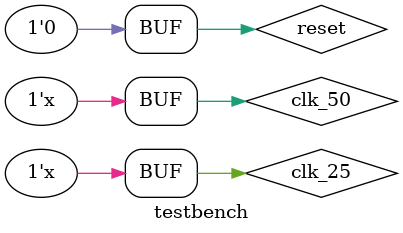
<source format=v>
`timescale 1ns/1ns

module testbench();
	
	reg clk_50, clk_25, reset;
	
	reg [31:0] index;
	wire signed [26:0]  xnew,ynew,znew;
	wire [8:0] overflow;
	
	//Initialize clocks and index
	initial begin
		clk_50 = 1'b0;
		clk_25 = 1'b0;
		index  = 32'd0;
		//testbench_out = 15'd0 ;
	end
	
	//Toggle the clocks
	always begin
		#10
		clk_50  = !clk_50;
	end
	
	always begin
		#20
		clk_25  = !clk_25;
	end
	
	//Intialize and drive signals
	initial begin
		reset  = 1'b0;
		#10 
		reset  = 1'b1;
		#30
		reset  = 1'b0;
	end
	
	//Increment index
	always @ (posedge clk_50) begin
		index  <= index + 32'd1;
	end

	//Instantiation of Device Under Test
	// hook up the sine wave generators
DDA DUT   (.clk(clk_50), 
        .reset(reset),
		.xnew(xnew),
		.ynew(ynew),
		.znew(znew),
		.overflow(overflow)
	);
	
endmodule


</source>
